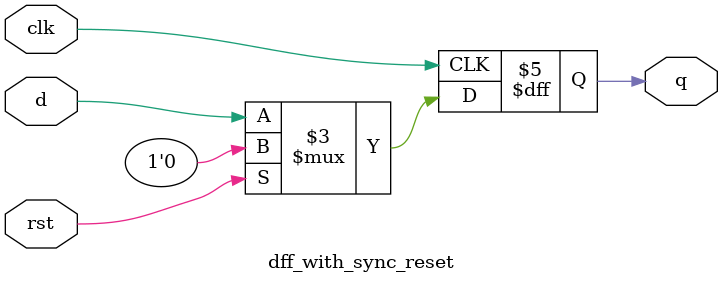
<source format=sv>
module dff_with_sync_reset (
  input clk,
  input rst,
  input d,
  output reg q
  );

  always @(posedge clk) begin
    if (rst) begin
      q <= 1'b0;
    end
    else begin
      q <= d;
    end
  end
endmodule

</source>
